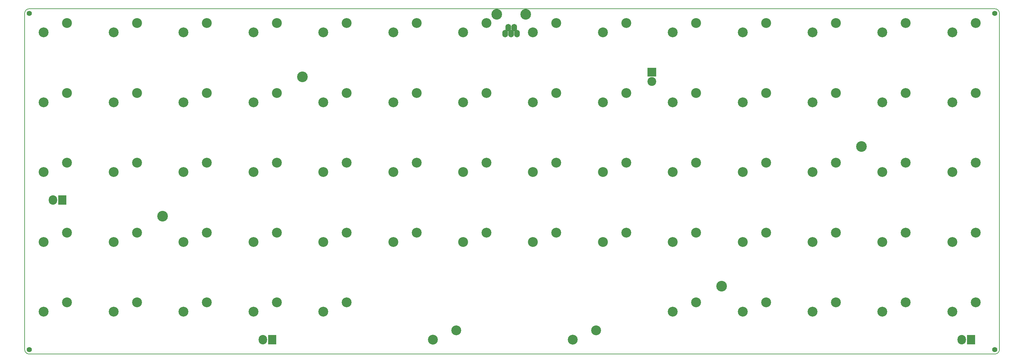
<source format=gbr>
G04 #@! TF.FileFunction,Soldermask,Top*
%FSLAX46Y46*%
G04 Gerber Fmt 4.6, Leading zero omitted, Abs format (unit mm)*
G04 Created by KiCad (PCBNEW 4.0.1-stable) date 5/19/2016 2:34:45 PM*
%MOMM*%
G01*
G04 APERTURE LIST*
%ADD10C,0.100000*%
%ADD11C,0.150000*%
%ADD12C,2.686000*%
%ADD13C,1.400000*%
%ADD14O,2.305000X2.559000*%
%ADD15R,2.305000X2.559000*%
%ADD16C,2.900000*%
%ADD17R,2.400000X2.400000*%
%ADD18C,2.400000*%
%ADD19O,1.550000X2.051000*%
G04 APERTURE END LIST*
D10*
D11*
X81250000Y-60750000D02*
X343750000Y-60750000D01*
X80000000Y-153500000D02*
X80000000Y-62000000D01*
X343750000Y-154750000D02*
X81250000Y-154750000D01*
X345000000Y-62000000D02*
X345000000Y-153500000D01*
X343750000Y-154750000D02*
G75*
G03X345000000Y-153500000I0J1250000D01*
G01*
X345000000Y-62000000D02*
G75*
G03X343750000Y-60750000I-1250000J0D01*
G01*
X81250000Y-60750000D02*
G75*
G03X80000000Y-62000000I0J-1250000D01*
G01*
X80000000Y-153500000D02*
G75*
G03X81250000Y-154750000I1250000J0D01*
G01*
D12*
X228960000Y-150830000D03*
X235310000Y-148290000D03*
X190960000Y-150830000D03*
X197310000Y-148290000D03*
X224540000Y-83670000D03*
X218190000Y-86210000D03*
X148540000Y-140670000D03*
X142190000Y-143210000D03*
X338540000Y-64670000D03*
X332190000Y-67210000D03*
X338540000Y-102670000D03*
X332190000Y-105210000D03*
X281540000Y-102670000D03*
X275190000Y-105210000D03*
X300540000Y-83670000D03*
X294190000Y-86210000D03*
X338540000Y-121670000D03*
X332190000Y-124210000D03*
X338540000Y-140670000D03*
X332190000Y-143210000D03*
X338540000Y-83670000D03*
X332190000Y-86210000D03*
X300540000Y-102670000D03*
X294190000Y-105210000D03*
X300540000Y-121670000D03*
X294190000Y-124210000D03*
X300540000Y-140670000D03*
X294190000Y-143210000D03*
X319540000Y-83670000D03*
X313190000Y-86210000D03*
X319540000Y-140670000D03*
X313190000Y-143210000D03*
X319540000Y-121670000D03*
X313190000Y-124210000D03*
X319540000Y-64670000D03*
X313190000Y-67210000D03*
X319540000Y-102670000D03*
X313190000Y-105210000D03*
X300540000Y-64670000D03*
X294190000Y-67210000D03*
X186540000Y-102670000D03*
X180190000Y-105210000D03*
X186540000Y-64670000D03*
X180190000Y-67210000D03*
X186540000Y-121670000D03*
X180190000Y-124210000D03*
X186540000Y-83670000D03*
X180190000Y-86210000D03*
X205540000Y-83670000D03*
X199190000Y-86210000D03*
X205540000Y-121670000D03*
X199190000Y-124210000D03*
X224540000Y-64670000D03*
X218190000Y-67210000D03*
X205540000Y-64670000D03*
X199190000Y-67210000D03*
X205540000Y-102670000D03*
X199190000Y-105210000D03*
X243540000Y-83670000D03*
X237190000Y-86210000D03*
X243540000Y-64670000D03*
X237190000Y-67210000D03*
X262540000Y-83670000D03*
X256190000Y-86210000D03*
X262540000Y-64670000D03*
X256190000Y-67210000D03*
X281540000Y-64670000D03*
X275190000Y-67210000D03*
X281540000Y-121670000D03*
X275190000Y-124210000D03*
X281540000Y-140670000D03*
X275190000Y-143210000D03*
X281540000Y-83670000D03*
X275190000Y-86210000D03*
X224540000Y-102670000D03*
X218190000Y-105210000D03*
X224540000Y-121670000D03*
X218190000Y-124210000D03*
X262540000Y-140670000D03*
X256190000Y-143210000D03*
X262540000Y-121670000D03*
X256190000Y-124210000D03*
X262540000Y-102670000D03*
X256190000Y-105210000D03*
X243540000Y-102670000D03*
X237190000Y-105210000D03*
X243540000Y-121670000D03*
X237190000Y-124210000D03*
X129540000Y-140670000D03*
X123190000Y-143210000D03*
X129540000Y-121670000D03*
X123190000Y-124210000D03*
X129540000Y-102670000D03*
X123190000Y-105210000D03*
X148540000Y-102670000D03*
X142190000Y-105210000D03*
X148540000Y-121670000D03*
X142190000Y-124210000D03*
X110540000Y-140670000D03*
X104190000Y-143210000D03*
X110540000Y-121670000D03*
X104190000Y-124210000D03*
X110540000Y-102670000D03*
X104190000Y-105210000D03*
X167540000Y-83670000D03*
X161190000Y-86210000D03*
X167540000Y-140670000D03*
X161190000Y-143210000D03*
X167540000Y-121670000D03*
X161190000Y-124210000D03*
X167540000Y-64670000D03*
X161190000Y-67210000D03*
X167540000Y-102670000D03*
X161190000Y-105210000D03*
X148540000Y-64670000D03*
X142190000Y-67210000D03*
X148540000Y-83670000D03*
X142190000Y-86210000D03*
X129540000Y-64670000D03*
X123190000Y-67210000D03*
X129540000Y-83670000D03*
X123190000Y-86210000D03*
X91540000Y-102670000D03*
X85190000Y-105210000D03*
X110540000Y-83670000D03*
X104190000Y-86210000D03*
X91540000Y-64670000D03*
X85190000Y-67210000D03*
X110540000Y-64670000D03*
X104190000Y-67210000D03*
X91540000Y-121670000D03*
X85190000Y-124210000D03*
X91540000Y-140670000D03*
X85190000Y-143210000D03*
X91540000Y-83670000D03*
X85190000Y-86210000D03*
D13*
X81250000Y-62000000D03*
X343750000Y-62000000D03*
X343750000Y-153500000D03*
X81250000Y-153500000D03*
D14*
X334730000Y-150830000D03*
D15*
X337270000Y-150830000D03*
D14*
X144730000Y-150840000D03*
D15*
X147270000Y-150840000D03*
D14*
X87730000Y-112830000D03*
D15*
X90270000Y-112830000D03*
D16*
X117500000Y-117240000D03*
X155500000Y-79250000D03*
X269500000Y-136250000D03*
X307500000Y-98250000D03*
D17*
X250500000Y-78000000D03*
D18*
X250500000Y-80540000D03*
D16*
X216175000Y-62275000D03*
D19*
X210649800Y-67501760D03*
X211449900Y-65899020D03*
X212250000Y-67501760D03*
X213050100Y-65899020D03*
X213850200Y-67501760D03*
D16*
X208375000Y-62275000D03*
M02*

</source>
